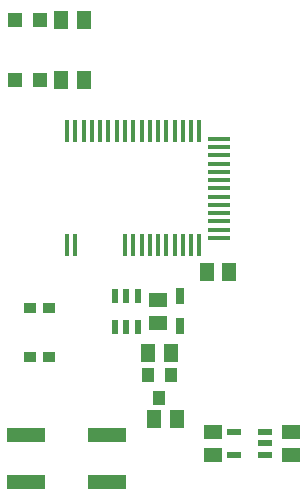
<source format=gbr>
G04 EAGLE Gerber RS-274X export*
G75*
%MOMM*%
%FSLAX34Y34*%
%LPD*%
%INSolderpaste Top*%
%IPPOS*%
%AMOC8*
5,1,8,0,0,1.08239X$1,22.5*%
G01*
%ADD10R,3.200000X1.200000*%
%ADD11R,0.450000X1.850000*%
%ADD12R,1.850000X0.450000*%
%ADD13R,1.200000X1.200000*%
%ADD14R,1.300000X1.500000*%
%ADD15R,1.000000X0.900000*%
%ADD16R,1.200000X0.550000*%
%ADD17R,1.500000X1.300000*%
%ADD18R,1.000000X1.200000*%
%ADD19R,0.550000X1.200000*%
%ADD20R,0.800000X1.350000*%


D10*
X26960Y58100D03*
X94960Y58100D03*
X94960Y18100D03*
X26960Y18100D03*
D11*
X61600Y218450D03*
X68600Y218450D03*
X110600Y218450D03*
X117600Y218450D03*
X124600Y218450D03*
X131600Y218450D03*
X138600Y218450D03*
X145600Y218450D03*
X152600Y218450D03*
X159600Y218450D03*
X166600Y218450D03*
X173600Y218450D03*
D12*
X189850Y224700D03*
X189850Y231700D03*
X189850Y238700D03*
X189850Y245700D03*
X189850Y252700D03*
X189850Y259700D03*
X189850Y266700D03*
X189850Y273700D03*
X189850Y280700D03*
X189850Y287700D03*
X189850Y294700D03*
X189850Y301700D03*
X189850Y308700D03*
D11*
X173600Y314950D03*
X166600Y314950D03*
X159600Y314950D03*
X152600Y314950D03*
X145600Y314950D03*
X138600Y314950D03*
X131600Y314950D03*
X124600Y314950D03*
X117600Y314950D03*
X110600Y314950D03*
X103600Y314950D03*
X96600Y314950D03*
X89600Y314950D03*
X82600Y314950D03*
X75600Y314950D03*
X68600Y314950D03*
X61600Y314950D03*
D13*
X17440Y408940D03*
X38440Y408940D03*
X17440Y358140D03*
X38440Y358140D03*
D14*
X75540Y408940D03*
X56540Y408940D03*
X75540Y358140D03*
X56540Y358140D03*
X198730Y195580D03*
X179730Y195580D03*
D15*
X46100Y124280D03*
X30100Y124280D03*
X30100Y165280D03*
X46100Y165280D03*
D16*
X228900Y41300D03*
X228900Y50800D03*
X228900Y60300D03*
X202900Y60300D03*
X202900Y41300D03*
D17*
X185420Y41300D03*
X185420Y60300D03*
X251460Y41300D03*
X251460Y60300D03*
D14*
X154280Y71120D03*
X135280Y71120D03*
D18*
X139700Y89060D03*
X130200Y109060D03*
X149200Y109060D03*
D14*
X149200Y127000D03*
X130200Y127000D03*
D19*
X102260Y149560D03*
X111760Y149560D03*
X121260Y149560D03*
X121260Y175560D03*
X111760Y175560D03*
X102260Y175560D03*
D20*
X157480Y149860D03*
X157480Y175260D03*
D17*
X138430Y153060D03*
X138430Y172060D03*
M02*

</source>
